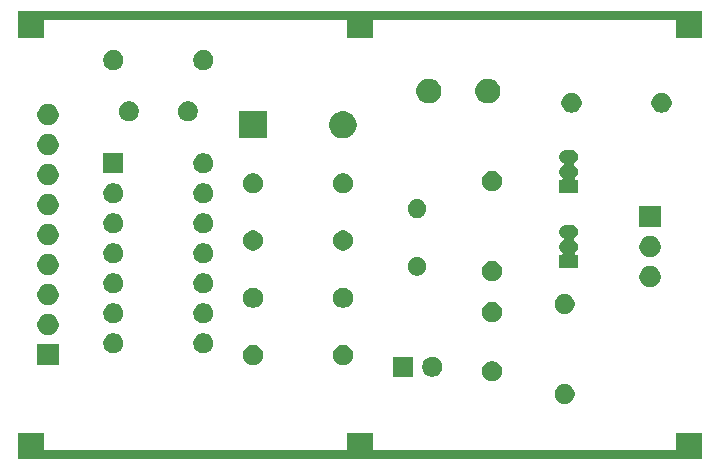
<source format=gbr>
G04 #@! TF.GenerationSoftware,KiCad,Pcbnew,(5.1.6)-1*
G04 #@! TF.CreationDate,2020-08-07T18:30:50-03:00*
G04 #@! TF.ProjectId,av-mc1000,61762d6d-6331-4303-9030-2e6b69636164,rev?*
G04 #@! TF.SameCoordinates,Original*
G04 #@! TF.FileFunction,Soldermask,Bot*
G04 #@! TF.FilePolarity,Negative*
%FSLAX46Y46*%
G04 Gerber Fmt 4.6, Leading zero omitted, Abs format (unit mm)*
G04 Created by KiCad (PCBNEW (5.1.6)-1) date 2020-08-07 18:30:50*
%MOMM*%
%LPD*%
G01*
G04 APERTURE LIST*
%ADD10C,0.100000*%
G04 APERTURE END LIST*
D10*
G36*
X146583400Y-126796800D02*
G01*
X88773000Y-126796800D01*
X88773000Y-126136400D01*
X146583400Y-126136400D01*
X146583400Y-126796800D01*
G37*
X146583400Y-126796800D02*
X88773000Y-126796800D01*
X88773000Y-126136400D01*
X146583400Y-126136400D01*
X146583400Y-126796800D01*
G36*
X146583400Y-89636600D02*
G01*
X88773000Y-89636600D01*
X88773000Y-88976200D01*
X146583400Y-88976200D01*
X146583400Y-89636600D01*
G37*
X146583400Y-89636600D02*
X88773000Y-89636600D01*
X88773000Y-88976200D01*
X146583400Y-88976200D01*
X146583400Y-89636600D01*
G36*
X90932000Y-126822200D02*
G01*
X88798400Y-126822200D01*
X88798400Y-124663200D01*
X90932000Y-124663200D01*
X90932000Y-126822200D01*
G37*
X90932000Y-126822200D02*
X88798400Y-126822200D01*
X88798400Y-124663200D01*
X90932000Y-124663200D01*
X90932000Y-126822200D01*
G36*
X118770400Y-126822200D02*
G01*
X116636800Y-126822200D01*
X116636800Y-124663200D01*
X118770400Y-124663200D01*
X118770400Y-126822200D01*
G37*
X118770400Y-126822200D02*
X116636800Y-126822200D01*
X116636800Y-124663200D01*
X118770400Y-124663200D01*
X118770400Y-126822200D01*
G36*
X146608800Y-126822200D02*
G01*
X144475200Y-126822200D01*
X144475200Y-124663200D01*
X146608800Y-124663200D01*
X146608800Y-126822200D01*
G37*
X146608800Y-126822200D02*
X144475200Y-126822200D01*
X144475200Y-124663200D01*
X146608800Y-124663200D01*
X146608800Y-126822200D01*
G36*
X146608800Y-91135200D02*
G01*
X144475200Y-91135200D01*
X144475200Y-88976200D01*
X146608800Y-88976200D01*
X146608800Y-91135200D01*
G37*
X146608800Y-91135200D02*
X144475200Y-91135200D01*
X144475200Y-88976200D01*
X146608800Y-88976200D01*
X146608800Y-91135200D01*
G36*
X90932000Y-91135200D02*
G01*
X88798400Y-91135200D01*
X88798400Y-88976200D01*
X90932000Y-88976200D01*
X90932000Y-91135200D01*
G37*
X90932000Y-91135200D02*
X88798400Y-91135200D01*
X88798400Y-88976200D01*
X90932000Y-88976200D01*
X90932000Y-91135200D01*
G36*
X118770400Y-91135200D02*
G01*
X116636800Y-91135200D01*
X116636800Y-88976200D01*
X118770400Y-88976200D01*
X118770400Y-91135200D01*
G37*
X118770400Y-91135200D02*
X116636800Y-91135200D01*
X116636800Y-88976200D01*
X118770400Y-88976200D01*
X118770400Y-91135200D01*
G36*
X135321228Y-120568703D02*
G01*
X135476100Y-120632853D01*
X135615481Y-120725985D01*
X135734015Y-120844519D01*
X135827147Y-120983900D01*
X135891297Y-121138772D01*
X135924000Y-121303184D01*
X135924000Y-121470816D01*
X135891297Y-121635228D01*
X135827147Y-121790100D01*
X135734015Y-121929481D01*
X135615481Y-122048015D01*
X135476100Y-122141147D01*
X135321228Y-122205297D01*
X135156816Y-122238000D01*
X134989184Y-122238000D01*
X134824772Y-122205297D01*
X134669900Y-122141147D01*
X134530519Y-122048015D01*
X134411985Y-121929481D01*
X134318853Y-121790100D01*
X134254703Y-121635228D01*
X134222000Y-121470816D01*
X134222000Y-121303184D01*
X134254703Y-121138772D01*
X134318853Y-120983900D01*
X134411985Y-120844519D01*
X134530519Y-120725985D01*
X134669900Y-120632853D01*
X134824772Y-120568703D01*
X134989184Y-120536000D01*
X135156816Y-120536000D01*
X135321228Y-120568703D01*
G37*
G36*
X129178228Y-118637703D02*
G01*
X129333100Y-118701853D01*
X129472481Y-118794985D01*
X129591015Y-118913519D01*
X129684147Y-119052900D01*
X129748297Y-119207772D01*
X129781000Y-119372184D01*
X129781000Y-119539816D01*
X129748297Y-119704228D01*
X129684147Y-119859100D01*
X129591015Y-119998481D01*
X129472481Y-120117015D01*
X129333100Y-120210147D01*
X129178228Y-120274297D01*
X129013816Y-120307000D01*
X128846184Y-120307000D01*
X128681772Y-120274297D01*
X128526900Y-120210147D01*
X128387519Y-120117015D01*
X128268985Y-119998481D01*
X128175853Y-119859100D01*
X128111703Y-119704228D01*
X128079000Y-119539816D01*
X128079000Y-119372184D01*
X128111703Y-119207772D01*
X128175853Y-119052900D01*
X128268985Y-118913519D01*
X128387519Y-118794985D01*
X128526900Y-118701853D01*
X128681772Y-118637703D01*
X128846184Y-118605000D01*
X129013816Y-118605000D01*
X129178228Y-118637703D01*
G37*
G36*
X124123228Y-118256703D02*
G01*
X124278100Y-118320853D01*
X124417481Y-118413985D01*
X124536015Y-118532519D01*
X124629147Y-118671900D01*
X124693297Y-118826772D01*
X124726000Y-118991184D01*
X124726000Y-119158816D01*
X124693297Y-119323228D01*
X124629147Y-119478100D01*
X124536015Y-119617481D01*
X124417481Y-119736015D01*
X124278100Y-119829147D01*
X124123228Y-119893297D01*
X123958816Y-119926000D01*
X123791184Y-119926000D01*
X123626772Y-119893297D01*
X123471900Y-119829147D01*
X123332519Y-119736015D01*
X123213985Y-119617481D01*
X123120853Y-119478100D01*
X123056703Y-119323228D01*
X123024000Y-119158816D01*
X123024000Y-118991184D01*
X123056703Y-118826772D01*
X123120853Y-118671900D01*
X123213985Y-118532519D01*
X123332519Y-118413985D01*
X123471900Y-118320853D01*
X123626772Y-118256703D01*
X123791184Y-118224000D01*
X123958816Y-118224000D01*
X124123228Y-118256703D01*
G37*
G36*
X122226000Y-119926000D02*
G01*
X120524000Y-119926000D01*
X120524000Y-118224000D01*
X122226000Y-118224000D01*
X122226000Y-119926000D01*
G37*
G36*
X92239400Y-118950000D02*
G01*
X90437400Y-118950000D01*
X90437400Y-117148000D01*
X92239400Y-117148000D01*
X92239400Y-118950000D01*
G37*
G36*
X116555228Y-117266703D02*
G01*
X116710100Y-117330853D01*
X116849481Y-117423985D01*
X116968015Y-117542519D01*
X117061147Y-117681900D01*
X117125297Y-117836772D01*
X117158000Y-118001184D01*
X117158000Y-118168816D01*
X117125297Y-118333228D01*
X117061147Y-118488100D01*
X116968015Y-118627481D01*
X116849481Y-118746015D01*
X116710100Y-118839147D01*
X116555228Y-118903297D01*
X116390816Y-118936000D01*
X116223184Y-118936000D01*
X116058772Y-118903297D01*
X115903900Y-118839147D01*
X115764519Y-118746015D01*
X115645985Y-118627481D01*
X115552853Y-118488100D01*
X115488703Y-118333228D01*
X115456000Y-118168816D01*
X115456000Y-118001184D01*
X115488703Y-117836772D01*
X115552853Y-117681900D01*
X115645985Y-117542519D01*
X115764519Y-117423985D01*
X115903900Y-117330853D01*
X116058772Y-117266703D01*
X116223184Y-117234000D01*
X116390816Y-117234000D01*
X116555228Y-117266703D01*
G37*
G36*
X108935228Y-117266703D02*
G01*
X109090100Y-117330853D01*
X109229481Y-117423985D01*
X109348015Y-117542519D01*
X109441147Y-117681900D01*
X109505297Y-117836772D01*
X109538000Y-118001184D01*
X109538000Y-118168816D01*
X109505297Y-118333228D01*
X109441147Y-118488100D01*
X109348015Y-118627481D01*
X109229481Y-118746015D01*
X109090100Y-118839147D01*
X108935228Y-118903297D01*
X108770816Y-118936000D01*
X108603184Y-118936000D01*
X108438772Y-118903297D01*
X108283900Y-118839147D01*
X108144519Y-118746015D01*
X108025985Y-118627481D01*
X107932853Y-118488100D01*
X107868703Y-118333228D01*
X107836000Y-118168816D01*
X107836000Y-118001184D01*
X107868703Y-117836772D01*
X107932853Y-117681900D01*
X108025985Y-117542519D01*
X108144519Y-117423985D01*
X108283900Y-117330853D01*
X108438772Y-117266703D01*
X108603184Y-117234000D01*
X108770816Y-117234000D01*
X108935228Y-117266703D01*
G37*
G36*
X97123828Y-116275703D02*
G01*
X97278700Y-116339853D01*
X97418081Y-116432985D01*
X97536615Y-116551519D01*
X97629747Y-116690900D01*
X97693897Y-116845772D01*
X97726600Y-117010184D01*
X97726600Y-117177816D01*
X97693897Y-117342228D01*
X97629747Y-117497100D01*
X97536615Y-117636481D01*
X97418081Y-117755015D01*
X97278700Y-117848147D01*
X97123828Y-117912297D01*
X96959416Y-117945000D01*
X96791784Y-117945000D01*
X96627372Y-117912297D01*
X96472500Y-117848147D01*
X96333119Y-117755015D01*
X96214585Y-117636481D01*
X96121453Y-117497100D01*
X96057303Y-117342228D01*
X96024600Y-117177816D01*
X96024600Y-117010184D01*
X96057303Y-116845772D01*
X96121453Y-116690900D01*
X96214585Y-116551519D01*
X96333119Y-116432985D01*
X96472500Y-116339853D01*
X96627372Y-116275703D01*
X96791784Y-116243000D01*
X96959416Y-116243000D01*
X97123828Y-116275703D01*
G37*
G36*
X104743828Y-116275703D02*
G01*
X104898700Y-116339853D01*
X105038081Y-116432985D01*
X105156615Y-116551519D01*
X105249747Y-116690900D01*
X105313897Y-116845772D01*
X105346600Y-117010184D01*
X105346600Y-117177816D01*
X105313897Y-117342228D01*
X105249747Y-117497100D01*
X105156615Y-117636481D01*
X105038081Y-117755015D01*
X104898700Y-117848147D01*
X104743828Y-117912297D01*
X104579416Y-117945000D01*
X104411784Y-117945000D01*
X104247372Y-117912297D01*
X104092500Y-117848147D01*
X103953119Y-117755015D01*
X103834585Y-117636481D01*
X103741453Y-117497100D01*
X103677303Y-117342228D01*
X103644600Y-117177816D01*
X103644600Y-117010184D01*
X103677303Y-116845772D01*
X103741453Y-116690900D01*
X103834585Y-116551519D01*
X103953119Y-116432985D01*
X104092500Y-116339853D01*
X104247372Y-116275703D01*
X104411784Y-116243000D01*
X104579416Y-116243000D01*
X104743828Y-116275703D01*
G37*
G36*
X91451912Y-114612927D02*
G01*
X91601212Y-114642624D01*
X91765184Y-114710544D01*
X91912754Y-114809147D01*
X92038253Y-114934646D01*
X92136856Y-115082216D01*
X92204776Y-115246188D01*
X92239400Y-115420259D01*
X92239400Y-115597741D01*
X92204776Y-115771812D01*
X92136856Y-115935784D01*
X92038253Y-116083354D01*
X91912754Y-116208853D01*
X91765184Y-116307456D01*
X91601212Y-116375376D01*
X91451912Y-116405073D01*
X91427142Y-116410000D01*
X91249658Y-116410000D01*
X91224888Y-116405073D01*
X91075588Y-116375376D01*
X90911616Y-116307456D01*
X90764046Y-116208853D01*
X90638547Y-116083354D01*
X90539944Y-115935784D01*
X90472024Y-115771812D01*
X90437400Y-115597741D01*
X90437400Y-115420259D01*
X90472024Y-115246188D01*
X90539944Y-115082216D01*
X90638547Y-114934646D01*
X90764046Y-114809147D01*
X90911616Y-114710544D01*
X91075588Y-114642624D01*
X91224888Y-114612927D01*
X91249658Y-114608000D01*
X91427142Y-114608000D01*
X91451912Y-114612927D01*
G37*
G36*
X104743828Y-113735703D02*
G01*
X104898700Y-113799853D01*
X105038081Y-113892985D01*
X105156615Y-114011519D01*
X105249747Y-114150900D01*
X105313897Y-114305772D01*
X105346600Y-114470184D01*
X105346600Y-114637816D01*
X105313897Y-114802228D01*
X105249747Y-114957100D01*
X105156615Y-115096481D01*
X105038081Y-115215015D01*
X104898700Y-115308147D01*
X104743828Y-115372297D01*
X104579416Y-115405000D01*
X104411784Y-115405000D01*
X104247372Y-115372297D01*
X104092500Y-115308147D01*
X103953119Y-115215015D01*
X103834585Y-115096481D01*
X103741453Y-114957100D01*
X103677303Y-114802228D01*
X103644600Y-114637816D01*
X103644600Y-114470184D01*
X103677303Y-114305772D01*
X103741453Y-114150900D01*
X103834585Y-114011519D01*
X103953119Y-113892985D01*
X104092500Y-113799853D01*
X104247372Y-113735703D01*
X104411784Y-113703000D01*
X104579416Y-113703000D01*
X104743828Y-113735703D01*
G37*
G36*
X97123828Y-113735703D02*
G01*
X97278700Y-113799853D01*
X97418081Y-113892985D01*
X97536615Y-114011519D01*
X97629747Y-114150900D01*
X97693897Y-114305772D01*
X97726600Y-114470184D01*
X97726600Y-114637816D01*
X97693897Y-114802228D01*
X97629747Y-114957100D01*
X97536615Y-115096481D01*
X97418081Y-115215015D01*
X97278700Y-115308147D01*
X97123828Y-115372297D01*
X96959416Y-115405000D01*
X96791784Y-115405000D01*
X96627372Y-115372297D01*
X96472500Y-115308147D01*
X96333119Y-115215015D01*
X96214585Y-115096481D01*
X96121453Y-114957100D01*
X96057303Y-114802228D01*
X96024600Y-114637816D01*
X96024600Y-114470184D01*
X96057303Y-114305772D01*
X96121453Y-114150900D01*
X96214585Y-114011519D01*
X96333119Y-113892985D01*
X96472500Y-113799853D01*
X96627372Y-113735703D01*
X96791784Y-113703000D01*
X96959416Y-113703000D01*
X97123828Y-113735703D01*
G37*
G36*
X129178228Y-113637703D02*
G01*
X129333100Y-113701853D01*
X129472481Y-113794985D01*
X129591015Y-113913519D01*
X129684147Y-114052900D01*
X129748297Y-114207772D01*
X129781000Y-114372184D01*
X129781000Y-114539816D01*
X129748297Y-114704228D01*
X129684147Y-114859100D01*
X129591015Y-114998481D01*
X129472481Y-115117015D01*
X129333100Y-115210147D01*
X129178228Y-115274297D01*
X129013816Y-115307000D01*
X128846184Y-115307000D01*
X128681772Y-115274297D01*
X128526900Y-115210147D01*
X128387519Y-115117015D01*
X128268985Y-114998481D01*
X128175853Y-114859100D01*
X128111703Y-114704228D01*
X128079000Y-114539816D01*
X128079000Y-114372184D01*
X128111703Y-114207772D01*
X128175853Y-114052900D01*
X128268985Y-113913519D01*
X128387519Y-113794985D01*
X128526900Y-113701853D01*
X128681772Y-113637703D01*
X128846184Y-113605000D01*
X129013816Y-113605000D01*
X129178228Y-113637703D01*
G37*
G36*
X135321228Y-112948703D02*
G01*
X135476100Y-113012853D01*
X135615481Y-113105985D01*
X135734015Y-113224519D01*
X135827147Y-113363900D01*
X135891297Y-113518772D01*
X135924000Y-113683184D01*
X135924000Y-113850816D01*
X135891297Y-114015228D01*
X135827147Y-114170100D01*
X135734015Y-114309481D01*
X135615481Y-114428015D01*
X135476100Y-114521147D01*
X135321228Y-114585297D01*
X135156816Y-114618000D01*
X134989184Y-114618000D01*
X134824772Y-114585297D01*
X134669900Y-114521147D01*
X134530519Y-114428015D01*
X134411985Y-114309481D01*
X134318853Y-114170100D01*
X134254703Y-114015228D01*
X134222000Y-113850816D01*
X134222000Y-113683184D01*
X134254703Y-113518772D01*
X134318853Y-113363900D01*
X134411985Y-113224519D01*
X134530519Y-113105985D01*
X134669900Y-113012853D01*
X134824772Y-112948703D01*
X134989184Y-112916000D01*
X135156816Y-112916000D01*
X135321228Y-112948703D01*
G37*
G36*
X116555228Y-112420703D02*
G01*
X116710100Y-112484853D01*
X116849481Y-112577985D01*
X116968015Y-112696519D01*
X117061147Y-112835900D01*
X117125297Y-112990772D01*
X117158000Y-113155184D01*
X117158000Y-113322816D01*
X117125297Y-113487228D01*
X117061147Y-113642100D01*
X116968015Y-113781481D01*
X116849481Y-113900015D01*
X116710100Y-113993147D01*
X116555228Y-114057297D01*
X116390816Y-114090000D01*
X116223184Y-114090000D01*
X116058772Y-114057297D01*
X115903900Y-113993147D01*
X115764519Y-113900015D01*
X115645985Y-113781481D01*
X115552853Y-113642100D01*
X115488703Y-113487228D01*
X115456000Y-113322816D01*
X115456000Y-113155184D01*
X115488703Y-112990772D01*
X115552853Y-112835900D01*
X115645985Y-112696519D01*
X115764519Y-112577985D01*
X115903900Y-112484853D01*
X116058772Y-112420703D01*
X116223184Y-112388000D01*
X116390816Y-112388000D01*
X116555228Y-112420703D01*
G37*
G36*
X108935228Y-112420703D02*
G01*
X109090100Y-112484853D01*
X109229481Y-112577985D01*
X109348015Y-112696519D01*
X109441147Y-112835900D01*
X109505297Y-112990772D01*
X109538000Y-113155184D01*
X109538000Y-113322816D01*
X109505297Y-113487228D01*
X109441147Y-113642100D01*
X109348015Y-113781481D01*
X109229481Y-113900015D01*
X109090100Y-113993147D01*
X108935228Y-114057297D01*
X108770816Y-114090000D01*
X108603184Y-114090000D01*
X108438772Y-114057297D01*
X108283900Y-113993147D01*
X108144519Y-113900015D01*
X108025985Y-113781481D01*
X107932853Y-113642100D01*
X107868703Y-113487228D01*
X107836000Y-113322816D01*
X107836000Y-113155184D01*
X107868703Y-112990772D01*
X107932853Y-112835900D01*
X108025985Y-112696519D01*
X108144519Y-112577985D01*
X108283900Y-112484853D01*
X108438772Y-112420703D01*
X108603184Y-112388000D01*
X108770816Y-112388000D01*
X108935228Y-112420703D01*
G37*
G36*
X91451912Y-112072927D02*
G01*
X91601212Y-112102624D01*
X91765184Y-112170544D01*
X91912754Y-112269147D01*
X92038253Y-112394646D01*
X92136856Y-112542216D01*
X92204776Y-112706188D01*
X92239400Y-112880259D01*
X92239400Y-113057741D01*
X92204776Y-113231812D01*
X92136856Y-113395784D01*
X92038253Y-113543354D01*
X91912754Y-113668853D01*
X91765184Y-113767456D01*
X91601212Y-113835376D01*
X91451912Y-113865073D01*
X91427142Y-113870000D01*
X91249658Y-113870000D01*
X91224888Y-113865073D01*
X91075588Y-113835376D01*
X90911616Y-113767456D01*
X90764046Y-113668853D01*
X90638547Y-113543354D01*
X90539944Y-113395784D01*
X90472024Y-113231812D01*
X90437400Y-113057741D01*
X90437400Y-112880259D01*
X90472024Y-112706188D01*
X90539944Y-112542216D01*
X90638547Y-112394646D01*
X90764046Y-112269147D01*
X90911616Y-112170544D01*
X91075588Y-112102624D01*
X91224888Y-112072927D01*
X91249658Y-112068000D01*
X91427142Y-112068000D01*
X91451912Y-112072927D01*
G37*
G36*
X97123828Y-111195703D02*
G01*
X97278700Y-111259853D01*
X97418081Y-111352985D01*
X97536615Y-111471519D01*
X97629747Y-111610900D01*
X97693897Y-111765772D01*
X97726600Y-111930184D01*
X97726600Y-112097816D01*
X97693897Y-112262228D01*
X97629747Y-112417100D01*
X97536615Y-112556481D01*
X97418081Y-112675015D01*
X97278700Y-112768147D01*
X97123828Y-112832297D01*
X96959416Y-112865000D01*
X96791784Y-112865000D01*
X96627372Y-112832297D01*
X96472500Y-112768147D01*
X96333119Y-112675015D01*
X96214585Y-112556481D01*
X96121453Y-112417100D01*
X96057303Y-112262228D01*
X96024600Y-112097816D01*
X96024600Y-111930184D01*
X96057303Y-111765772D01*
X96121453Y-111610900D01*
X96214585Y-111471519D01*
X96333119Y-111352985D01*
X96472500Y-111259853D01*
X96627372Y-111195703D01*
X96791784Y-111163000D01*
X96959416Y-111163000D01*
X97123828Y-111195703D01*
G37*
G36*
X104743828Y-111195703D02*
G01*
X104898700Y-111259853D01*
X105038081Y-111352985D01*
X105156615Y-111471519D01*
X105249747Y-111610900D01*
X105313897Y-111765772D01*
X105346600Y-111930184D01*
X105346600Y-112097816D01*
X105313897Y-112262228D01*
X105249747Y-112417100D01*
X105156615Y-112556481D01*
X105038081Y-112675015D01*
X104898700Y-112768147D01*
X104743828Y-112832297D01*
X104579416Y-112865000D01*
X104411784Y-112865000D01*
X104247372Y-112832297D01*
X104092500Y-112768147D01*
X103953119Y-112675015D01*
X103834585Y-112556481D01*
X103741453Y-112417100D01*
X103677303Y-112262228D01*
X103644600Y-112097816D01*
X103644600Y-111930184D01*
X103677303Y-111765772D01*
X103741453Y-111610900D01*
X103834585Y-111471519D01*
X103953119Y-111352985D01*
X104092500Y-111259853D01*
X104247372Y-111195703D01*
X104411784Y-111163000D01*
X104579416Y-111163000D01*
X104743828Y-111195703D01*
G37*
G36*
X142429512Y-110558927D02*
G01*
X142578812Y-110588624D01*
X142742784Y-110656544D01*
X142890354Y-110755147D01*
X143015853Y-110880646D01*
X143114456Y-111028216D01*
X143182376Y-111192188D01*
X143217000Y-111366259D01*
X143217000Y-111543741D01*
X143182376Y-111717812D01*
X143114456Y-111881784D01*
X143015853Y-112029354D01*
X142890354Y-112154853D01*
X142742784Y-112253456D01*
X142578812Y-112321376D01*
X142429512Y-112351073D01*
X142404742Y-112356000D01*
X142227258Y-112356000D01*
X142202488Y-112351073D01*
X142053188Y-112321376D01*
X141889216Y-112253456D01*
X141741646Y-112154853D01*
X141616147Y-112029354D01*
X141517544Y-111881784D01*
X141449624Y-111717812D01*
X141415000Y-111543741D01*
X141415000Y-111366259D01*
X141449624Y-111192188D01*
X141517544Y-111028216D01*
X141616147Y-110880646D01*
X141741646Y-110755147D01*
X141889216Y-110656544D01*
X142053188Y-110588624D01*
X142202488Y-110558927D01*
X142227258Y-110554000D01*
X142404742Y-110554000D01*
X142429512Y-110558927D01*
G37*
G36*
X129178228Y-110154703D02*
G01*
X129333100Y-110218853D01*
X129472481Y-110311985D01*
X129591015Y-110430519D01*
X129684147Y-110569900D01*
X129748297Y-110724772D01*
X129781000Y-110889184D01*
X129781000Y-111056816D01*
X129748297Y-111221228D01*
X129684147Y-111376100D01*
X129591015Y-111515481D01*
X129472481Y-111634015D01*
X129333100Y-111727147D01*
X129178228Y-111791297D01*
X129013816Y-111824000D01*
X128846184Y-111824000D01*
X128681772Y-111791297D01*
X128526900Y-111727147D01*
X128387519Y-111634015D01*
X128268985Y-111515481D01*
X128175853Y-111376100D01*
X128111703Y-111221228D01*
X128079000Y-111056816D01*
X128079000Y-110889184D01*
X128111703Y-110724772D01*
X128175853Y-110569900D01*
X128268985Y-110430519D01*
X128387519Y-110311985D01*
X128526900Y-110218853D01*
X128681772Y-110154703D01*
X128846184Y-110122000D01*
X129013816Y-110122000D01*
X129178228Y-110154703D01*
G37*
G36*
X122813642Y-109798781D02*
G01*
X122959414Y-109859162D01*
X122959416Y-109859163D01*
X123090608Y-109946822D01*
X123202178Y-110058392D01*
X123274204Y-110166188D01*
X123289838Y-110189586D01*
X123350219Y-110335358D01*
X123381000Y-110490107D01*
X123381000Y-110647893D01*
X123350219Y-110802642D01*
X123289838Y-110948414D01*
X123289837Y-110948416D01*
X123202178Y-111079608D01*
X123090608Y-111191178D01*
X122959416Y-111278837D01*
X122959415Y-111278838D01*
X122959414Y-111278838D01*
X122813642Y-111339219D01*
X122658893Y-111370000D01*
X122501107Y-111370000D01*
X122346358Y-111339219D01*
X122200586Y-111278838D01*
X122200585Y-111278838D01*
X122200584Y-111278837D01*
X122069392Y-111191178D01*
X121957822Y-111079608D01*
X121870163Y-110948416D01*
X121870162Y-110948414D01*
X121809781Y-110802642D01*
X121779000Y-110647893D01*
X121779000Y-110490107D01*
X121809781Y-110335358D01*
X121870162Y-110189586D01*
X121885796Y-110166188D01*
X121957822Y-110058392D01*
X122069392Y-109946822D01*
X122200584Y-109859163D01*
X122200586Y-109859162D01*
X122346358Y-109798781D01*
X122501107Y-109768000D01*
X122658893Y-109768000D01*
X122813642Y-109798781D01*
G37*
G36*
X91451912Y-109532927D02*
G01*
X91601212Y-109562624D01*
X91765184Y-109630544D01*
X91912754Y-109729147D01*
X92038253Y-109854646D01*
X92136856Y-110002216D01*
X92204776Y-110166188D01*
X92239400Y-110340259D01*
X92239400Y-110517741D01*
X92204776Y-110691812D01*
X92136856Y-110855784D01*
X92038253Y-111003354D01*
X91912754Y-111128853D01*
X91765184Y-111227456D01*
X91601212Y-111295376D01*
X91451912Y-111325073D01*
X91427142Y-111330000D01*
X91249658Y-111330000D01*
X91224888Y-111325073D01*
X91075588Y-111295376D01*
X90911616Y-111227456D01*
X90764046Y-111128853D01*
X90638547Y-111003354D01*
X90539944Y-110855784D01*
X90472024Y-110691812D01*
X90437400Y-110517741D01*
X90437400Y-110340259D01*
X90472024Y-110166188D01*
X90539944Y-110002216D01*
X90638547Y-109854646D01*
X90764046Y-109729147D01*
X90911616Y-109630544D01*
X91075588Y-109562624D01*
X91224888Y-109532927D01*
X91249658Y-109528000D01*
X91427142Y-109528000D01*
X91451912Y-109532927D01*
G37*
G36*
X135770916Y-107077334D02*
G01*
X135879492Y-107110271D01*
X135879495Y-107110272D01*
X135915601Y-107129571D01*
X135979557Y-107163756D01*
X136067264Y-107235736D01*
X136139244Y-107323443D01*
X136173429Y-107387399D01*
X136192728Y-107423505D01*
X136192729Y-107423508D01*
X136225666Y-107532084D01*
X136236787Y-107645000D01*
X136225666Y-107757916D01*
X136197271Y-107851519D01*
X136192728Y-107866495D01*
X136173429Y-107902601D01*
X136139244Y-107966557D01*
X136067264Y-108054264D01*
X135979557Y-108126244D01*
X135898141Y-108169761D01*
X135877766Y-108183375D01*
X135860439Y-108200702D01*
X135846826Y-108221076D01*
X135837448Y-108243715D01*
X135832668Y-108267748D01*
X135832668Y-108292252D01*
X135837448Y-108316285D01*
X135846826Y-108338924D01*
X135860440Y-108359299D01*
X135877767Y-108376626D01*
X135898141Y-108390239D01*
X135979557Y-108433756D01*
X136067264Y-108505736D01*
X136139244Y-108593443D01*
X136165320Y-108642229D01*
X136192728Y-108693505D01*
X136192729Y-108693508D01*
X136225666Y-108802084D01*
X136236787Y-108915000D01*
X136225666Y-109027916D01*
X136192729Y-109136492D01*
X136192728Y-109136495D01*
X136186499Y-109148148D01*
X136139244Y-109236557D01*
X136067264Y-109324264D01*
X135990354Y-109387383D01*
X135973035Y-109404702D01*
X135959421Y-109425077D01*
X135950043Y-109447716D01*
X135945263Y-109471749D01*
X135945263Y-109496253D01*
X135950043Y-109520286D01*
X135959421Y-109542925D01*
X135973034Y-109563299D01*
X135990361Y-109580626D01*
X136010736Y-109594240D01*
X136033375Y-109603618D01*
X136057408Y-109608398D01*
X136069660Y-109609000D01*
X136234000Y-109609000D01*
X136234000Y-110761000D01*
X134632000Y-110761000D01*
X134632000Y-109609000D01*
X134796340Y-109609000D01*
X134820726Y-109606598D01*
X134844175Y-109599485D01*
X134865786Y-109587934D01*
X134884728Y-109572389D01*
X134900273Y-109553447D01*
X134911824Y-109531836D01*
X134918937Y-109508387D01*
X134921339Y-109484001D01*
X134918937Y-109459615D01*
X134911824Y-109436166D01*
X134900273Y-109414555D01*
X134884728Y-109395613D01*
X134875655Y-109387391D01*
X134798736Y-109324264D01*
X134726756Y-109236557D01*
X134679501Y-109148148D01*
X134673272Y-109136495D01*
X134673271Y-109136492D01*
X134640334Y-109027916D01*
X134629213Y-108915000D01*
X134640334Y-108802084D01*
X134673271Y-108693508D01*
X134673272Y-108693505D01*
X134700680Y-108642229D01*
X134726756Y-108593443D01*
X134798736Y-108505736D01*
X134886443Y-108433756D01*
X134967859Y-108390239D01*
X134988234Y-108376625D01*
X135005561Y-108359298D01*
X135019174Y-108338924D01*
X135028552Y-108316285D01*
X135033332Y-108292252D01*
X135033332Y-108267748D01*
X135028552Y-108243715D01*
X135019174Y-108221076D01*
X135005560Y-108200701D01*
X134988233Y-108183374D01*
X134967859Y-108169761D01*
X134886443Y-108126244D01*
X134798736Y-108054264D01*
X134726756Y-107966557D01*
X134692571Y-107902601D01*
X134673272Y-107866495D01*
X134668729Y-107851519D01*
X134640334Y-107757916D01*
X134629213Y-107645000D01*
X134640334Y-107532084D01*
X134673271Y-107423508D01*
X134673272Y-107423505D01*
X134692571Y-107387399D01*
X134726756Y-107323443D01*
X134798736Y-107235736D01*
X134886443Y-107163756D01*
X134950399Y-107129571D01*
X134986505Y-107110272D01*
X134986508Y-107110271D01*
X135095084Y-107077334D01*
X135179702Y-107069000D01*
X135686298Y-107069000D01*
X135770916Y-107077334D01*
G37*
G36*
X104743828Y-108655703D02*
G01*
X104898700Y-108719853D01*
X105038081Y-108812985D01*
X105156615Y-108931519D01*
X105249747Y-109070900D01*
X105313897Y-109225772D01*
X105346600Y-109390184D01*
X105346600Y-109557816D01*
X105313897Y-109722228D01*
X105249747Y-109877100D01*
X105156615Y-110016481D01*
X105038081Y-110135015D01*
X104898700Y-110228147D01*
X104743828Y-110292297D01*
X104579416Y-110325000D01*
X104411784Y-110325000D01*
X104247372Y-110292297D01*
X104092500Y-110228147D01*
X103953119Y-110135015D01*
X103834585Y-110016481D01*
X103741453Y-109877100D01*
X103677303Y-109722228D01*
X103644600Y-109557816D01*
X103644600Y-109390184D01*
X103677303Y-109225772D01*
X103741453Y-109070900D01*
X103834585Y-108931519D01*
X103953119Y-108812985D01*
X104092500Y-108719853D01*
X104247372Y-108655703D01*
X104411784Y-108623000D01*
X104579416Y-108623000D01*
X104743828Y-108655703D01*
G37*
G36*
X97123828Y-108655703D02*
G01*
X97278700Y-108719853D01*
X97418081Y-108812985D01*
X97536615Y-108931519D01*
X97629747Y-109070900D01*
X97693897Y-109225772D01*
X97726600Y-109390184D01*
X97726600Y-109557816D01*
X97693897Y-109722228D01*
X97629747Y-109877100D01*
X97536615Y-110016481D01*
X97418081Y-110135015D01*
X97278700Y-110228147D01*
X97123828Y-110292297D01*
X96959416Y-110325000D01*
X96791784Y-110325000D01*
X96627372Y-110292297D01*
X96472500Y-110228147D01*
X96333119Y-110135015D01*
X96214585Y-110016481D01*
X96121453Y-109877100D01*
X96057303Y-109722228D01*
X96024600Y-109557816D01*
X96024600Y-109390184D01*
X96057303Y-109225772D01*
X96121453Y-109070900D01*
X96214585Y-108931519D01*
X96333119Y-108812985D01*
X96472500Y-108719853D01*
X96627372Y-108655703D01*
X96791784Y-108623000D01*
X96959416Y-108623000D01*
X97123828Y-108655703D01*
G37*
G36*
X142429512Y-108018927D02*
G01*
X142578812Y-108048624D01*
X142742784Y-108116544D01*
X142890354Y-108215147D01*
X143015853Y-108340646D01*
X143114456Y-108488216D01*
X143182376Y-108652188D01*
X143217000Y-108826259D01*
X143217000Y-109003741D01*
X143182376Y-109177812D01*
X143114456Y-109341784D01*
X143015853Y-109489354D01*
X142890354Y-109614853D01*
X142742784Y-109713456D01*
X142578812Y-109781376D01*
X142429512Y-109811073D01*
X142404742Y-109816000D01*
X142227258Y-109816000D01*
X142202488Y-109811073D01*
X142053188Y-109781376D01*
X141889216Y-109713456D01*
X141741646Y-109614853D01*
X141616147Y-109489354D01*
X141517544Y-109341784D01*
X141449624Y-109177812D01*
X141415000Y-109003741D01*
X141415000Y-108826259D01*
X141449624Y-108652188D01*
X141517544Y-108488216D01*
X141616147Y-108340646D01*
X141741646Y-108215147D01*
X141889216Y-108116544D01*
X142053188Y-108048624D01*
X142202488Y-108018927D01*
X142227258Y-108014000D01*
X142404742Y-108014000D01*
X142429512Y-108018927D01*
G37*
G36*
X116555228Y-107575703D02*
G01*
X116710100Y-107639853D01*
X116849481Y-107732985D01*
X116968015Y-107851519D01*
X117061147Y-107990900D01*
X117125297Y-108145772D01*
X117158000Y-108310184D01*
X117158000Y-108477816D01*
X117125297Y-108642228D01*
X117061147Y-108797100D01*
X116968015Y-108936481D01*
X116849481Y-109055015D01*
X116710100Y-109148147D01*
X116555228Y-109212297D01*
X116390816Y-109245000D01*
X116223184Y-109245000D01*
X116058772Y-109212297D01*
X115903900Y-109148147D01*
X115764519Y-109055015D01*
X115645985Y-108936481D01*
X115552853Y-108797100D01*
X115488703Y-108642228D01*
X115456000Y-108477816D01*
X115456000Y-108310184D01*
X115488703Y-108145772D01*
X115552853Y-107990900D01*
X115645985Y-107851519D01*
X115764519Y-107732985D01*
X115903900Y-107639853D01*
X116058772Y-107575703D01*
X116223184Y-107543000D01*
X116390816Y-107543000D01*
X116555228Y-107575703D01*
G37*
G36*
X108935228Y-107575703D02*
G01*
X109090100Y-107639853D01*
X109229481Y-107732985D01*
X109348015Y-107851519D01*
X109441147Y-107990900D01*
X109505297Y-108145772D01*
X109538000Y-108310184D01*
X109538000Y-108477816D01*
X109505297Y-108642228D01*
X109441147Y-108797100D01*
X109348015Y-108936481D01*
X109229481Y-109055015D01*
X109090100Y-109148147D01*
X108935228Y-109212297D01*
X108770816Y-109245000D01*
X108603184Y-109245000D01*
X108438772Y-109212297D01*
X108283900Y-109148147D01*
X108144519Y-109055015D01*
X108025985Y-108936481D01*
X107932853Y-108797100D01*
X107868703Y-108642228D01*
X107836000Y-108477816D01*
X107836000Y-108310184D01*
X107868703Y-108145772D01*
X107932853Y-107990900D01*
X108025985Y-107851519D01*
X108144519Y-107732985D01*
X108283900Y-107639853D01*
X108438772Y-107575703D01*
X108603184Y-107543000D01*
X108770816Y-107543000D01*
X108935228Y-107575703D01*
G37*
G36*
X91451912Y-106992927D02*
G01*
X91601212Y-107022624D01*
X91765184Y-107090544D01*
X91912754Y-107189147D01*
X92038253Y-107314646D01*
X92136856Y-107462216D01*
X92204776Y-107626188D01*
X92239400Y-107800259D01*
X92239400Y-107977741D01*
X92204776Y-108151812D01*
X92136856Y-108315784D01*
X92038253Y-108463354D01*
X91912754Y-108588853D01*
X91765184Y-108687456D01*
X91601212Y-108755376D01*
X91451912Y-108785073D01*
X91427142Y-108790000D01*
X91249658Y-108790000D01*
X91224888Y-108785073D01*
X91075588Y-108755376D01*
X90911616Y-108687456D01*
X90764046Y-108588853D01*
X90638547Y-108463354D01*
X90539944Y-108315784D01*
X90472024Y-108151812D01*
X90437400Y-107977741D01*
X90437400Y-107800259D01*
X90472024Y-107626188D01*
X90539944Y-107462216D01*
X90638547Y-107314646D01*
X90764046Y-107189147D01*
X90911616Y-107090544D01*
X91075588Y-107022624D01*
X91224888Y-106992927D01*
X91249658Y-106988000D01*
X91427142Y-106988000D01*
X91451912Y-106992927D01*
G37*
G36*
X104743828Y-106115703D02*
G01*
X104898700Y-106179853D01*
X105038081Y-106272985D01*
X105156615Y-106391519D01*
X105249747Y-106530900D01*
X105313897Y-106685772D01*
X105346600Y-106850184D01*
X105346600Y-107017816D01*
X105313897Y-107182228D01*
X105249747Y-107337100D01*
X105156615Y-107476481D01*
X105038081Y-107595015D01*
X104898700Y-107688147D01*
X104743828Y-107752297D01*
X104579416Y-107785000D01*
X104411784Y-107785000D01*
X104247372Y-107752297D01*
X104092500Y-107688147D01*
X103953119Y-107595015D01*
X103834585Y-107476481D01*
X103741453Y-107337100D01*
X103677303Y-107182228D01*
X103644600Y-107017816D01*
X103644600Y-106850184D01*
X103677303Y-106685772D01*
X103741453Y-106530900D01*
X103834585Y-106391519D01*
X103953119Y-106272985D01*
X104092500Y-106179853D01*
X104247372Y-106115703D01*
X104411784Y-106083000D01*
X104579416Y-106083000D01*
X104743828Y-106115703D01*
G37*
G36*
X97123828Y-106115703D02*
G01*
X97278700Y-106179853D01*
X97418081Y-106272985D01*
X97536615Y-106391519D01*
X97629747Y-106530900D01*
X97693897Y-106685772D01*
X97726600Y-106850184D01*
X97726600Y-107017816D01*
X97693897Y-107182228D01*
X97629747Y-107337100D01*
X97536615Y-107476481D01*
X97418081Y-107595015D01*
X97278700Y-107688147D01*
X97123828Y-107752297D01*
X96959416Y-107785000D01*
X96791784Y-107785000D01*
X96627372Y-107752297D01*
X96472500Y-107688147D01*
X96333119Y-107595015D01*
X96214585Y-107476481D01*
X96121453Y-107337100D01*
X96057303Y-107182228D01*
X96024600Y-107017816D01*
X96024600Y-106850184D01*
X96057303Y-106685772D01*
X96121453Y-106530900D01*
X96214585Y-106391519D01*
X96333119Y-106272985D01*
X96472500Y-106179853D01*
X96627372Y-106115703D01*
X96791784Y-106083000D01*
X96959416Y-106083000D01*
X97123828Y-106115703D01*
G37*
G36*
X143217000Y-107276000D02*
G01*
X141415000Y-107276000D01*
X141415000Y-105474000D01*
X143217000Y-105474000D01*
X143217000Y-107276000D01*
G37*
G36*
X122813642Y-104918781D02*
G01*
X122959414Y-104979162D01*
X122959416Y-104979163D01*
X123090608Y-105066822D01*
X123202178Y-105178392D01*
X123256879Y-105260259D01*
X123289838Y-105309586D01*
X123350219Y-105455358D01*
X123381000Y-105610107D01*
X123381000Y-105767893D01*
X123350219Y-105922642D01*
X123297941Y-106048852D01*
X123289837Y-106068416D01*
X123202178Y-106199608D01*
X123090608Y-106311178D01*
X122959416Y-106398837D01*
X122959415Y-106398838D01*
X122959414Y-106398838D01*
X122813642Y-106459219D01*
X122658893Y-106490000D01*
X122501107Y-106490000D01*
X122346358Y-106459219D01*
X122200586Y-106398838D01*
X122200585Y-106398838D01*
X122200584Y-106398837D01*
X122069392Y-106311178D01*
X121957822Y-106199608D01*
X121870163Y-106068416D01*
X121862059Y-106048852D01*
X121809781Y-105922642D01*
X121779000Y-105767893D01*
X121779000Y-105610107D01*
X121809781Y-105455358D01*
X121870162Y-105309586D01*
X121903121Y-105260259D01*
X121957822Y-105178392D01*
X122069392Y-105066822D01*
X122200584Y-104979163D01*
X122200586Y-104979162D01*
X122346358Y-104918781D01*
X122501107Y-104888000D01*
X122658893Y-104888000D01*
X122813642Y-104918781D01*
G37*
G36*
X91451912Y-104452927D02*
G01*
X91601212Y-104482624D01*
X91765184Y-104550544D01*
X91912754Y-104649147D01*
X92038253Y-104774646D01*
X92136856Y-104922216D01*
X92204776Y-105086188D01*
X92239400Y-105260259D01*
X92239400Y-105437741D01*
X92204776Y-105611812D01*
X92136856Y-105775784D01*
X92038253Y-105923354D01*
X91912754Y-106048853D01*
X91765184Y-106147456D01*
X91601212Y-106215376D01*
X91451912Y-106245073D01*
X91427142Y-106250000D01*
X91249658Y-106250000D01*
X91224888Y-106245073D01*
X91075588Y-106215376D01*
X90911616Y-106147456D01*
X90764046Y-106048853D01*
X90638547Y-105923354D01*
X90539944Y-105775784D01*
X90472024Y-105611812D01*
X90437400Y-105437741D01*
X90437400Y-105260259D01*
X90472024Y-105086188D01*
X90539944Y-104922216D01*
X90638547Y-104774646D01*
X90764046Y-104649147D01*
X90911616Y-104550544D01*
X91075588Y-104482624D01*
X91224888Y-104452927D01*
X91249658Y-104448000D01*
X91427142Y-104448000D01*
X91451912Y-104452927D01*
G37*
G36*
X97123828Y-103575703D02*
G01*
X97278700Y-103639853D01*
X97418081Y-103732985D01*
X97536615Y-103851519D01*
X97629747Y-103990900D01*
X97693897Y-104145772D01*
X97726600Y-104310184D01*
X97726600Y-104477816D01*
X97693897Y-104642228D01*
X97629747Y-104797100D01*
X97536615Y-104936481D01*
X97418081Y-105055015D01*
X97278700Y-105148147D01*
X97123828Y-105212297D01*
X96959416Y-105245000D01*
X96791784Y-105245000D01*
X96627372Y-105212297D01*
X96472500Y-105148147D01*
X96333119Y-105055015D01*
X96214585Y-104936481D01*
X96121453Y-104797100D01*
X96057303Y-104642228D01*
X96024600Y-104477816D01*
X96024600Y-104310184D01*
X96057303Y-104145772D01*
X96121453Y-103990900D01*
X96214585Y-103851519D01*
X96333119Y-103732985D01*
X96472500Y-103639853D01*
X96627372Y-103575703D01*
X96791784Y-103543000D01*
X96959416Y-103543000D01*
X97123828Y-103575703D01*
G37*
G36*
X104743828Y-103575703D02*
G01*
X104898700Y-103639853D01*
X105038081Y-103732985D01*
X105156615Y-103851519D01*
X105249747Y-103990900D01*
X105313897Y-104145772D01*
X105346600Y-104310184D01*
X105346600Y-104477816D01*
X105313897Y-104642228D01*
X105249747Y-104797100D01*
X105156615Y-104936481D01*
X105038081Y-105055015D01*
X104898700Y-105148147D01*
X104743828Y-105212297D01*
X104579416Y-105245000D01*
X104411784Y-105245000D01*
X104247372Y-105212297D01*
X104092500Y-105148147D01*
X103953119Y-105055015D01*
X103834585Y-104936481D01*
X103741453Y-104797100D01*
X103677303Y-104642228D01*
X103644600Y-104477816D01*
X103644600Y-104310184D01*
X103677303Y-104145772D01*
X103741453Y-103990900D01*
X103834585Y-103851519D01*
X103953119Y-103732985D01*
X104092500Y-103639853D01*
X104247372Y-103575703D01*
X104411784Y-103543000D01*
X104579416Y-103543000D01*
X104743828Y-103575703D01*
G37*
G36*
X135770916Y-100727334D02*
G01*
X135879492Y-100760271D01*
X135879495Y-100760272D01*
X135915601Y-100779571D01*
X135979557Y-100813756D01*
X136067264Y-100885736D01*
X136139244Y-100973443D01*
X136155042Y-101003000D01*
X136192728Y-101073505D01*
X136192729Y-101073508D01*
X136225666Y-101182084D01*
X136236787Y-101295000D01*
X136225666Y-101407916D01*
X136192729Y-101516492D01*
X136192728Y-101516495D01*
X136173429Y-101552601D01*
X136139244Y-101616557D01*
X136067264Y-101704264D01*
X135979557Y-101776244D01*
X135898141Y-101819761D01*
X135877766Y-101833375D01*
X135860439Y-101850702D01*
X135846826Y-101871076D01*
X135837448Y-101893715D01*
X135832668Y-101917748D01*
X135832668Y-101942252D01*
X135837448Y-101966285D01*
X135846826Y-101988924D01*
X135860440Y-102009299D01*
X135877767Y-102026626D01*
X135898141Y-102040239D01*
X135979557Y-102083756D01*
X136067264Y-102155736D01*
X136139244Y-102243443D01*
X136173429Y-102307399D01*
X136192728Y-102343505D01*
X136192729Y-102343508D01*
X136225666Y-102452084D01*
X136236787Y-102565000D01*
X136225666Y-102677916D01*
X136192729Y-102786492D01*
X136192728Y-102786495D01*
X136188795Y-102793853D01*
X136139244Y-102886557D01*
X136067264Y-102974264D01*
X135990354Y-103037383D01*
X135973035Y-103054702D01*
X135959421Y-103075077D01*
X135950043Y-103097716D01*
X135945263Y-103121749D01*
X135945263Y-103146253D01*
X135950043Y-103170286D01*
X135959421Y-103192925D01*
X135973034Y-103213299D01*
X135990361Y-103230626D01*
X136010736Y-103244240D01*
X136033375Y-103253618D01*
X136057408Y-103258398D01*
X136069660Y-103259000D01*
X136234000Y-103259000D01*
X136234000Y-104411000D01*
X134632000Y-104411000D01*
X134632000Y-103259000D01*
X134796340Y-103259000D01*
X134820726Y-103256598D01*
X134844175Y-103249485D01*
X134865786Y-103237934D01*
X134884728Y-103222389D01*
X134900273Y-103203447D01*
X134911824Y-103181836D01*
X134918937Y-103158387D01*
X134921339Y-103134001D01*
X134918937Y-103109615D01*
X134911824Y-103086166D01*
X134900273Y-103064555D01*
X134884728Y-103045613D01*
X134875655Y-103037391D01*
X134798736Y-102974264D01*
X134726756Y-102886557D01*
X134677205Y-102793853D01*
X134673272Y-102786495D01*
X134673271Y-102786492D01*
X134640334Y-102677916D01*
X134629213Y-102565000D01*
X134640334Y-102452084D01*
X134673271Y-102343508D01*
X134673272Y-102343505D01*
X134692571Y-102307399D01*
X134726756Y-102243443D01*
X134798736Y-102155736D01*
X134886443Y-102083756D01*
X134967859Y-102040239D01*
X134988234Y-102026625D01*
X135005561Y-102009298D01*
X135019174Y-101988924D01*
X135028552Y-101966285D01*
X135033332Y-101942252D01*
X135033332Y-101917748D01*
X135028552Y-101893715D01*
X135019174Y-101871076D01*
X135005560Y-101850701D01*
X134988233Y-101833374D01*
X134967859Y-101819761D01*
X134886443Y-101776244D01*
X134798736Y-101704264D01*
X134726756Y-101616557D01*
X134692571Y-101552601D01*
X134673272Y-101516495D01*
X134673271Y-101516492D01*
X134640334Y-101407916D01*
X134629213Y-101295000D01*
X134640334Y-101182084D01*
X134673271Y-101073508D01*
X134673272Y-101073505D01*
X134710958Y-101003000D01*
X134726756Y-100973443D01*
X134798736Y-100885736D01*
X134886443Y-100813756D01*
X134950399Y-100779571D01*
X134986505Y-100760272D01*
X134986508Y-100760271D01*
X135095084Y-100727334D01*
X135179702Y-100719000D01*
X135686298Y-100719000D01*
X135770916Y-100727334D01*
G37*
G36*
X108935228Y-102729703D02*
G01*
X109090100Y-102793853D01*
X109229481Y-102886985D01*
X109348015Y-103005519D01*
X109441147Y-103144900D01*
X109505297Y-103299772D01*
X109538000Y-103464184D01*
X109538000Y-103631816D01*
X109505297Y-103796228D01*
X109441147Y-103951100D01*
X109348015Y-104090481D01*
X109229481Y-104209015D01*
X109090100Y-104302147D01*
X108935228Y-104366297D01*
X108770816Y-104399000D01*
X108603184Y-104399000D01*
X108438772Y-104366297D01*
X108283900Y-104302147D01*
X108144519Y-104209015D01*
X108025985Y-104090481D01*
X107932853Y-103951100D01*
X107868703Y-103796228D01*
X107836000Y-103631816D01*
X107836000Y-103464184D01*
X107868703Y-103299772D01*
X107932853Y-103144900D01*
X108025985Y-103005519D01*
X108144519Y-102886985D01*
X108283900Y-102793853D01*
X108438772Y-102729703D01*
X108603184Y-102697000D01*
X108770816Y-102697000D01*
X108935228Y-102729703D01*
G37*
G36*
X116555228Y-102729703D02*
G01*
X116710100Y-102793853D01*
X116849481Y-102886985D01*
X116968015Y-103005519D01*
X117061147Y-103144900D01*
X117125297Y-103299772D01*
X117158000Y-103464184D01*
X117158000Y-103631816D01*
X117125297Y-103796228D01*
X117061147Y-103951100D01*
X116968015Y-104090481D01*
X116849481Y-104209015D01*
X116710100Y-104302147D01*
X116555228Y-104366297D01*
X116390816Y-104399000D01*
X116223184Y-104399000D01*
X116058772Y-104366297D01*
X115903900Y-104302147D01*
X115764519Y-104209015D01*
X115645985Y-104090481D01*
X115552853Y-103951100D01*
X115488703Y-103796228D01*
X115456000Y-103631816D01*
X115456000Y-103464184D01*
X115488703Y-103299772D01*
X115552853Y-103144900D01*
X115645985Y-103005519D01*
X115764519Y-102886985D01*
X115903900Y-102793853D01*
X116058772Y-102729703D01*
X116223184Y-102697000D01*
X116390816Y-102697000D01*
X116555228Y-102729703D01*
G37*
G36*
X129178228Y-102534703D02*
G01*
X129333100Y-102598853D01*
X129472481Y-102691985D01*
X129591015Y-102810519D01*
X129684147Y-102949900D01*
X129748297Y-103104772D01*
X129781000Y-103269184D01*
X129781000Y-103436816D01*
X129748297Y-103601228D01*
X129684147Y-103756100D01*
X129591015Y-103895481D01*
X129472481Y-104014015D01*
X129333100Y-104107147D01*
X129178228Y-104171297D01*
X129013816Y-104204000D01*
X128846184Y-104204000D01*
X128681772Y-104171297D01*
X128526900Y-104107147D01*
X128387519Y-104014015D01*
X128268985Y-103895481D01*
X128175853Y-103756100D01*
X128111703Y-103601228D01*
X128079000Y-103436816D01*
X128079000Y-103269184D01*
X128111703Y-103104772D01*
X128175853Y-102949900D01*
X128268985Y-102810519D01*
X128387519Y-102691985D01*
X128526900Y-102598853D01*
X128681772Y-102534703D01*
X128846184Y-102502000D01*
X129013816Y-102502000D01*
X129178228Y-102534703D01*
G37*
G36*
X91451912Y-101912927D02*
G01*
X91601212Y-101942624D01*
X91765184Y-102010544D01*
X91912754Y-102109147D01*
X92038253Y-102234646D01*
X92136856Y-102382216D01*
X92204776Y-102546188D01*
X92239400Y-102720259D01*
X92239400Y-102897741D01*
X92204776Y-103071812D01*
X92136856Y-103235784D01*
X92038253Y-103383354D01*
X91912754Y-103508853D01*
X91765184Y-103607456D01*
X91601212Y-103675376D01*
X91451912Y-103705073D01*
X91427142Y-103710000D01*
X91249658Y-103710000D01*
X91224888Y-103705073D01*
X91075588Y-103675376D01*
X90911616Y-103607456D01*
X90764046Y-103508853D01*
X90638547Y-103383354D01*
X90539944Y-103235784D01*
X90472024Y-103071812D01*
X90437400Y-102897741D01*
X90437400Y-102720259D01*
X90472024Y-102546188D01*
X90539944Y-102382216D01*
X90638547Y-102234646D01*
X90764046Y-102109147D01*
X90911616Y-102010544D01*
X91075588Y-101942624D01*
X91224888Y-101912927D01*
X91249658Y-101908000D01*
X91427142Y-101908000D01*
X91451912Y-101912927D01*
G37*
G36*
X97726600Y-102705000D02*
G01*
X96024600Y-102705000D01*
X96024600Y-101003000D01*
X97726600Y-101003000D01*
X97726600Y-102705000D01*
G37*
G36*
X104743828Y-101035703D02*
G01*
X104898700Y-101099853D01*
X105038081Y-101192985D01*
X105156615Y-101311519D01*
X105249747Y-101450900D01*
X105313897Y-101605772D01*
X105346600Y-101770184D01*
X105346600Y-101937816D01*
X105313897Y-102102228D01*
X105249747Y-102257100D01*
X105156615Y-102396481D01*
X105038081Y-102515015D01*
X104898700Y-102608147D01*
X104743828Y-102672297D01*
X104579416Y-102705000D01*
X104411784Y-102705000D01*
X104247372Y-102672297D01*
X104092500Y-102608147D01*
X103953119Y-102515015D01*
X103834585Y-102396481D01*
X103741453Y-102257100D01*
X103677303Y-102102228D01*
X103644600Y-101937816D01*
X103644600Y-101770184D01*
X103677303Y-101605772D01*
X103741453Y-101450900D01*
X103834585Y-101311519D01*
X103953119Y-101192985D01*
X104092500Y-101099853D01*
X104247372Y-101035703D01*
X104411784Y-101003000D01*
X104579416Y-101003000D01*
X104743828Y-101035703D01*
G37*
G36*
X91451912Y-99372927D02*
G01*
X91601212Y-99402624D01*
X91765184Y-99470544D01*
X91912754Y-99569147D01*
X92038253Y-99694646D01*
X92136856Y-99842216D01*
X92204776Y-100006188D01*
X92239400Y-100180259D01*
X92239400Y-100357741D01*
X92204776Y-100531812D01*
X92136856Y-100695784D01*
X92038253Y-100843354D01*
X91912754Y-100968853D01*
X91765184Y-101067456D01*
X91601212Y-101135376D01*
X91451912Y-101165073D01*
X91427142Y-101170000D01*
X91249658Y-101170000D01*
X91224888Y-101165073D01*
X91075588Y-101135376D01*
X90911616Y-101067456D01*
X90764046Y-100968853D01*
X90638547Y-100843354D01*
X90539944Y-100695784D01*
X90472024Y-100531812D01*
X90437400Y-100357741D01*
X90437400Y-100180259D01*
X90472024Y-100006188D01*
X90539944Y-99842216D01*
X90638547Y-99694646D01*
X90764046Y-99569147D01*
X90911616Y-99470544D01*
X91075588Y-99402624D01*
X91224888Y-99372927D01*
X91249658Y-99368000D01*
X91427142Y-99368000D01*
X91451912Y-99372927D01*
G37*
G36*
X116492698Y-97466188D02*
G01*
X116642734Y-97496032D01*
X116852203Y-97582797D01*
X117040720Y-97708760D01*
X117201040Y-97869080D01*
X117327003Y-98057597D01*
X117413768Y-98267066D01*
X117458000Y-98489436D01*
X117458000Y-98716164D01*
X117413768Y-98938534D01*
X117327003Y-99148003D01*
X117201040Y-99336520D01*
X117040720Y-99496840D01*
X116852203Y-99622803D01*
X116642734Y-99709568D01*
X116531549Y-99731684D01*
X116420365Y-99753800D01*
X116193635Y-99753800D01*
X116082451Y-99731684D01*
X115971266Y-99709568D01*
X115761797Y-99622803D01*
X115573280Y-99496840D01*
X115412960Y-99336520D01*
X115286997Y-99148003D01*
X115200232Y-98938534D01*
X115156000Y-98716164D01*
X115156000Y-98489436D01*
X115200232Y-98267066D01*
X115286997Y-98057597D01*
X115412960Y-97869080D01*
X115573280Y-97708760D01*
X115761797Y-97582797D01*
X115971266Y-97496032D01*
X116121302Y-97466188D01*
X116193635Y-97451800D01*
X116420365Y-97451800D01*
X116492698Y-97466188D01*
G37*
G36*
X109838000Y-99753800D02*
G01*
X107536000Y-99753800D01*
X107536000Y-97451800D01*
X109838000Y-97451800D01*
X109838000Y-99753800D01*
G37*
G36*
X91451912Y-96832927D02*
G01*
X91601212Y-96862624D01*
X91765184Y-96930544D01*
X91912754Y-97029147D01*
X92038253Y-97154646D01*
X92136856Y-97302216D01*
X92204776Y-97466188D01*
X92239400Y-97640259D01*
X92239400Y-97817741D01*
X92204776Y-97991812D01*
X92136856Y-98155784D01*
X92038253Y-98303354D01*
X91912754Y-98428853D01*
X91765184Y-98527456D01*
X91601212Y-98595376D01*
X91451912Y-98625073D01*
X91427142Y-98630000D01*
X91249658Y-98630000D01*
X91224888Y-98625073D01*
X91075588Y-98595376D01*
X90911616Y-98527456D01*
X90764046Y-98428853D01*
X90638547Y-98303354D01*
X90539944Y-98155784D01*
X90472024Y-97991812D01*
X90437400Y-97817741D01*
X90437400Y-97640259D01*
X90472024Y-97466188D01*
X90539944Y-97302216D01*
X90638547Y-97154646D01*
X90764046Y-97029147D01*
X90911616Y-96930544D01*
X91075588Y-96862624D01*
X91224888Y-96832927D01*
X91249658Y-96828000D01*
X91427142Y-96828000D01*
X91451912Y-96832927D01*
G37*
G36*
X103423828Y-96641503D02*
G01*
X103578700Y-96705653D01*
X103718081Y-96798785D01*
X103836615Y-96917319D01*
X103929747Y-97056700D01*
X103993897Y-97211572D01*
X104026600Y-97375984D01*
X104026600Y-97543616D01*
X103993897Y-97708028D01*
X103929747Y-97862900D01*
X103836615Y-98002281D01*
X103718081Y-98120815D01*
X103578700Y-98213947D01*
X103423828Y-98278097D01*
X103259416Y-98310800D01*
X103091784Y-98310800D01*
X102927372Y-98278097D01*
X102772500Y-98213947D01*
X102633119Y-98120815D01*
X102514585Y-98002281D01*
X102421453Y-97862900D01*
X102357303Y-97708028D01*
X102324600Y-97543616D01*
X102324600Y-97375984D01*
X102357303Y-97211572D01*
X102421453Y-97056700D01*
X102514585Y-96917319D01*
X102633119Y-96798785D01*
X102772500Y-96705653D01*
X102927372Y-96641503D01*
X103091784Y-96608800D01*
X103259416Y-96608800D01*
X103423828Y-96641503D01*
G37*
G36*
X98423828Y-96641503D02*
G01*
X98578700Y-96705653D01*
X98718081Y-96798785D01*
X98836615Y-96917319D01*
X98929747Y-97056700D01*
X98993897Y-97211572D01*
X99026600Y-97375984D01*
X99026600Y-97543616D01*
X98993897Y-97708028D01*
X98929747Y-97862900D01*
X98836615Y-98002281D01*
X98718081Y-98120815D01*
X98578700Y-98213947D01*
X98423828Y-98278097D01*
X98259416Y-98310800D01*
X98091784Y-98310800D01*
X97927372Y-98278097D01*
X97772500Y-98213947D01*
X97633119Y-98120815D01*
X97514585Y-98002281D01*
X97421453Y-97862900D01*
X97357303Y-97708028D01*
X97324600Y-97543616D01*
X97324600Y-97375984D01*
X97357303Y-97211572D01*
X97421453Y-97056700D01*
X97514585Y-96917319D01*
X97633119Y-96798785D01*
X97772500Y-96705653D01*
X97927372Y-96641503D01*
X98091784Y-96608800D01*
X98259416Y-96608800D01*
X98423828Y-96641503D01*
G37*
G36*
X143529228Y-95904903D02*
G01*
X143684100Y-95969053D01*
X143823481Y-96062185D01*
X143942015Y-96180719D01*
X144035147Y-96320100D01*
X144099297Y-96474972D01*
X144132000Y-96639384D01*
X144132000Y-96807016D01*
X144099297Y-96971428D01*
X144035147Y-97126300D01*
X143942015Y-97265681D01*
X143823481Y-97384215D01*
X143684100Y-97477347D01*
X143529228Y-97541497D01*
X143364816Y-97574200D01*
X143197184Y-97574200D01*
X143032772Y-97541497D01*
X142877900Y-97477347D01*
X142738519Y-97384215D01*
X142619985Y-97265681D01*
X142526853Y-97126300D01*
X142462703Y-96971428D01*
X142430000Y-96807016D01*
X142430000Y-96639384D01*
X142462703Y-96474972D01*
X142526853Y-96320100D01*
X142619985Y-96180719D01*
X142738519Y-96062185D01*
X142877900Y-95969053D01*
X143032772Y-95904903D01*
X143197184Y-95872200D01*
X143364816Y-95872200D01*
X143529228Y-95904903D01*
G37*
G36*
X135909228Y-95904903D02*
G01*
X136064100Y-95969053D01*
X136203481Y-96062185D01*
X136322015Y-96180719D01*
X136415147Y-96320100D01*
X136479297Y-96474972D01*
X136512000Y-96639384D01*
X136512000Y-96807016D01*
X136479297Y-96971428D01*
X136415147Y-97126300D01*
X136322015Y-97265681D01*
X136203481Y-97384215D01*
X136064100Y-97477347D01*
X135909228Y-97541497D01*
X135744816Y-97574200D01*
X135577184Y-97574200D01*
X135412772Y-97541497D01*
X135257900Y-97477347D01*
X135118519Y-97384215D01*
X134999985Y-97265681D01*
X134906853Y-97126300D01*
X134842703Y-96971428D01*
X134810000Y-96807016D01*
X134810000Y-96639384D01*
X134842703Y-96474972D01*
X134906853Y-96320100D01*
X134999985Y-96180719D01*
X135118519Y-96062185D01*
X135257900Y-95969053D01*
X135412772Y-95904903D01*
X135577184Y-95872200D01*
X135744816Y-95872200D01*
X135909228Y-95904903D01*
G37*
G36*
X123877564Y-94721989D02*
G01*
X124068833Y-94801215D01*
X124068835Y-94801216D01*
X124240973Y-94916235D01*
X124387365Y-95062627D01*
X124502385Y-95234767D01*
X124581611Y-95426036D01*
X124622000Y-95629084D01*
X124622000Y-95836116D01*
X124581611Y-96039164D01*
X124502385Y-96230433D01*
X124502384Y-96230435D01*
X124387365Y-96402573D01*
X124240973Y-96548965D01*
X124068835Y-96663984D01*
X124068834Y-96663985D01*
X124068833Y-96663985D01*
X123877564Y-96743211D01*
X123674516Y-96783600D01*
X123467484Y-96783600D01*
X123264436Y-96743211D01*
X123073167Y-96663985D01*
X123073166Y-96663985D01*
X123073165Y-96663984D01*
X122901027Y-96548965D01*
X122754635Y-96402573D01*
X122639616Y-96230435D01*
X122639615Y-96230433D01*
X122560389Y-96039164D01*
X122520000Y-95836116D01*
X122520000Y-95629084D01*
X122560389Y-95426036D01*
X122639615Y-95234767D01*
X122754635Y-95062627D01*
X122901027Y-94916235D01*
X123073165Y-94801216D01*
X123073167Y-94801215D01*
X123264436Y-94721989D01*
X123467484Y-94681600D01*
X123674516Y-94681600D01*
X123877564Y-94721989D01*
G37*
G36*
X128877564Y-94721989D02*
G01*
X129068833Y-94801215D01*
X129068835Y-94801216D01*
X129240973Y-94916235D01*
X129387365Y-95062627D01*
X129502385Y-95234767D01*
X129581611Y-95426036D01*
X129622000Y-95629084D01*
X129622000Y-95836116D01*
X129581611Y-96039164D01*
X129502385Y-96230433D01*
X129502384Y-96230435D01*
X129387365Y-96402573D01*
X129240973Y-96548965D01*
X129068835Y-96663984D01*
X129068834Y-96663985D01*
X129068833Y-96663985D01*
X128877564Y-96743211D01*
X128674516Y-96783600D01*
X128467484Y-96783600D01*
X128264436Y-96743211D01*
X128073167Y-96663985D01*
X128073166Y-96663985D01*
X128073165Y-96663984D01*
X127901027Y-96548965D01*
X127754635Y-96402573D01*
X127639616Y-96230435D01*
X127639615Y-96230433D01*
X127560389Y-96039164D01*
X127520000Y-95836116D01*
X127520000Y-95629084D01*
X127560389Y-95426036D01*
X127639615Y-95234767D01*
X127754635Y-95062627D01*
X127901027Y-94916235D01*
X128073165Y-94801216D01*
X128073167Y-94801215D01*
X128264436Y-94721989D01*
X128467484Y-94681600D01*
X128674516Y-94681600D01*
X128877564Y-94721989D01*
G37*
G36*
X104734228Y-92298103D02*
G01*
X104889100Y-92362253D01*
X105028481Y-92455385D01*
X105147015Y-92573919D01*
X105240147Y-92713300D01*
X105304297Y-92868172D01*
X105337000Y-93032584D01*
X105337000Y-93200216D01*
X105304297Y-93364628D01*
X105240147Y-93519500D01*
X105147015Y-93658881D01*
X105028481Y-93777415D01*
X104889100Y-93870547D01*
X104734228Y-93934697D01*
X104569816Y-93967400D01*
X104402184Y-93967400D01*
X104237772Y-93934697D01*
X104082900Y-93870547D01*
X103943519Y-93777415D01*
X103824985Y-93658881D01*
X103731853Y-93519500D01*
X103667703Y-93364628D01*
X103635000Y-93200216D01*
X103635000Y-93032584D01*
X103667703Y-92868172D01*
X103731853Y-92713300D01*
X103824985Y-92573919D01*
X103943519Y-92455385D01*
X104082900Y-92362253D01*
X104237772Y-92298103D01*
X104402184Y-92265400D01*
X104569816Y-92265400D01*
X104734228Y-92298103D01*
G37*
G36*
X97114228Y-92298103D02*
G01*
X97269100Y-92362253D01*
X97408481Y-92455385D01*
X97527015Y-92573919D01*
X97620147Y-92713300D01*
X97684297Y-92868172D01*
X97717000Y-93032584D01*
X97717000Y-93200216D01*
X97684297Y-93364628D01*
X97620147Y-93519500D01*
X97527015Y-93658881D01*
X97408481Y-93777415D01*
X97269100Y-93870547D01*
X97114228Y-93934697D01*
X96949816Y-93967400D01*
X96782184Y-93967400D01*
X96617772Y-93934697D01*
X96462900Y-93870547D01*
X96323519Y-93777415D01*
X96204985Y-93658881D01*
X96111853Y-93519500D01*
X96047703Y-93364628D01*
X96015000Y-93200216D01*
X96015000Y-93032584D01*
X96047703Y-92868172D01*
X96111853Y-92713300D01*
X96204985Y-92573919D01*
X96323519Y-92455385D01*
X96462900Y-92362253D01*
X96617772Y-92298103D01*
X96782184Y-92265400D01*
X96949816Y-92265400D01*
X97114228Y-92298103D01*
G37*
M02*

</source>
